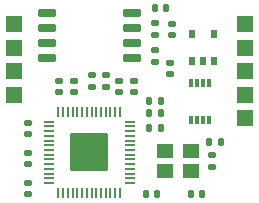
<source format=gbr>
%TF.GenerationSoftware,KiCad,Pcbnew,(6.0.2-0)*%
%TF.CreationDate,2022-06-01T12:35:39-04:00*%
%TF.ProjectId,hitclips_2040,68697463-6c69-4707-935f-323034302e6b,rev?*%
%TF.SameCoordinates,Original*%
%TF.FileFunction,Soldermask,Top*%
%TF.FilePolarity,Negative*%
%FSLAX46Y46*%
G04 Gerber Fmt 4.6, Leading zero omitted, Abs format (unit mm)*
G04 Created by KiCad (PCBNEW (6.0.2-0)) date 2022-06-01 12:35:39*
%MOMM*%
%LPD*%
G01*
G04 APERTURE LIST*
G04 Aperture macros list*
%AMRoundRect*
0 Rectangle with rounded corners*
0 $1 Rounding radius*
0 $2 $3 $4 $5 $6 $7 $8 $9 X,Y pos of 4 corners*
0 Add a 4 corners polygon primitive as box body*
4,1,4,$2,$3,$4,$5,$6,$7,$8,$9,$2,$3,0*
0 Add four circle primitives for the rounded corners*
1,1,$1+$1,$2,$3*
1,1,$1+$1,$4,$5*
1,1,$1+$1,$6,$7*
1,1,$1+$1,$8,$9*
0 Add four rect primitives between the rounded corners*
20,1,$1+$1,$2,$3,$4,$5,0*
20,1,$1+$1,$4,$5,$6,$7,0*
20,1,$1+$1,$6,$7,$8,$9,0*
20,1,$1+$1,$8,$9,$2,$3,0*%
G04 Aperture macros list end*
%ADD10RoundRect,0.150000X-0.650000X-0.150000X0.650000X-0.150000X0.650000X0.150000X-0.650000X0.150000X0*%
%ADD11RoundRect,0.140000X-0.140000X-0.170000X0.140000X-0.170000X0.140000X0.170000X-0.140000X0.170000X0*%
%ADD12RoundRect,0.140000X0.170000X-0.140000X0.170000X0.140000X-0.170000X0.140000X-0.170000X-0.140000X0*%
%ADD13RoundRect,0.135000X-0.185000X0.135000X-0.185000X-0.135000X0.185000X-0.135000X0.185000X0.135000X0*%
%ADD14RoundRect,0.135000X0.185000X-0.135000X0.185000X0.135000X-0.185000X0.135000X-0.185000X-0.135000X0*%
%ADD15RoundRect,0.140000X0.140000X0.170000X-0.140000X0.170000X-0.140000X-0.170000X0.140000X-0.170000X0*%
%ADD16R,0.510000X0.700000*%
%ADD17R,1.400000X1.200000*%
%ADD18R,1.350000X1.350000*%
%ADD19RoundRect,0.140000X-0.170000X0.140000X-0.170000X-0.140000X0.170000X-0.140000X0.170000X0.140000X0*%
%ADD20RoundRect,0.050000X-0.387500X-0.050000X0.387500X-0.050000X0.387500X0.050000X-0.387500X0.050000X0*%
%ADD21RoundRect,0.050000X-0.050000X-0.387500X0.050000X-0.387500X0.050000X0.387500X-0.050000X0.387500X0*%
%ADD22RoundRect,0.144000X-1.456000X-1.456000X1.456000X-1.456000X1.456000X1.456000X-1.456000X1.456000X0*%
%ADD23R,0.300000X0.800000*%
G04 APERTURE END LIST*
D10*
%TO.C,U2*%
X118320000Y-71247000D03*
X118320000Y-72517000D03*
X118320000Y-73787000D03*
X118320000Y-75057000D03*
X125520000Y-75057000D03*
X125520000Y-73787000D03*
X125520000Y-72517000D03*
X125520000Y-71247000D03*
%TD*%
D11*
%TO.C,C14*%
X127508000Y-70866000D03*
X128468000Y-70866000D03*
%TD*%
D12*
%TO.C,C9*%
X116713000Y-81506000D03*
X116713000Y-80546000D03*
%TD*%
D13*
%TO.C,R3*%
X127508000Y-72134000D03*
X127508000Y-73154000D03*
%TD*%
%TO.C,R5*%
X132334000Y-83310000D03*
X132334000Y-84330000D03*
%TD*%
D14*
%TO.C,R1*%
X122123200Y-77522800D03*
X122123200Y-76502800D03*
%TD*%
D12*
%TO.C,C11*%
X119380000Y-77950000D03*
X119380000Y-76990000D03*
%TD*%
D11*
%TO.C,C5*%
X127028000Y-81026000D03*
X127988000Y-81026000D03*
%TD*%
D15*
%TO.C,C15*%
X131516000Y-86614000D03*
X130556000Y-86614000D03*
%TD*%
D16*
%TO.C,U1*%
X130622000Y-75328000D03*
X131572000Y-75328000D03*
X132522000Y-75328000D03*
X132522000Y-73008000D03*
X130622000Y-73008000D03*
%TD*%
D12*
%TO.C,C13*%
X125730000Y-77950000D03*
X125730000Y-76990000D03*
%TD*%
D17*
%TO.C,Y1*%
X128313000Y-84670000D03*
X130513000Y-84670000D03*
X130513000Y-82970000D03*
X128313000Y-82970000D03*
%TD*%
D18*
%TO.C,J1*%
X115570000Y-72184000D03*
X115570000Y-74184000D03*
X115570000Y-76184000D03*
X115570000Y-78184000D03*
%TD*%
D12*
%TO.C,C7*%
X116713000Y-86586000D03*
X116713000Y-85626000D03*
%TD*%
D11*
%TO.C,C3*%
X127028000Y-78740000D03*
X127988000Y-78740000D03*
%TD*%
D15*
%TO.C,C16*%
X133068000Y-82169000D03*
X132108000Y-82169000D03*
%TD*%
D19*
%TO.C,C1*%
X128778000Y-75466000D03*
X128778000Y-76426000D03*
%TD*%
D14*
%TO.C,R2*%
X123342400Y-77522800D03*
X123342400Y-76502800D03*
%TD*%
D20*
%TO.C,U3*%
X118482500Y-80458000D03*
X118482500Y-80858000D03*
X118482500Y-81258000D03*
X118482500Y-81658000D03*
X118482500Y-82058000D03*
X118482500Y-82458000D03*
X118482500Y-82858000D03*
X118482500Y-83258000D03*
X118482500Y-83658000D03*
X118482500Y-84058000D03*
X118482500Y-84458000D03*
X118482500Y-84858000D03*
X118482500Y-85258000D03*
X118482500Y-85658000D03*
D21*
X119320000Y-86495500D03*
X119720000Y-86495500D03*
X120120000Y-86495500D03*
X120520000Y-86495500D03*
X120920000Y-86495500D03*
X121320000Y-86495500D03*
X121720000Y-86495500D03*
X122120000Y-86495500D03*
X122520000Y-86495500D03*
X122920000Y-86495500D03*
X123320000Y-86495500D03*
X123720000Y-86495500D03*
X124120000Y-86495500D03*
X124520000Y-86495500D03*
D20*
X125357500Y-85658000D03*
X125357500Y-85258000D03*
X125357500Y-84858000D03*
X125357500Y-84458000D03*
X125357500Y-84058000D03*
X125357500Y-83658000D03*
X125357500Y-83258000D03*
X125357500Y-82858000D03*
X125357500Y-82458000D03*
X125357500Y-82058000D03*
X125357500Y-81658000D03*
X125357500Y-81258000D03*
X125357500Y-80858000D03*
X125357500Y-80458000D03*
D21*
X124520000Y-79620500D03*
X124120000Y-79620500D03*
X123720000Y-79620500D03*
X123320000Y-79620500D03*
X122920000Y-79620500D03*
X122520000Y-79620500D03*
X122120000Y-79620500D03*
X121720000Y-79620500D03*
X121320000Y-79620500D03*
X120920000Y-79620500D03*
X120520000Y-79620500D03*
X120120000Y-79620500D03*
X119720000Y-79620500D03*
X119320000Y-79620500D03*
D22*
X121920000Y-83058000D03*
%TD*%
D23*
%TO.C,U5*%
X130568000Y-80290000D03*
X131068000Y-80290000D03*
X131568000Y-80290000D03*
X132068000Y-80290000D03*
X132068000Y-77190000D03*
X131568000Y-77190000D03*
X131068000Y-77190000D03*
X130568000Y-77190000D03*
%TD*%
D12*
%TO.C,C2*%
X128905000Y-73124000D03*
X128905000Y-72164000D03*
%TD*%
%TO.C,C6*%
X120650000Y-77950000D03*
X120650000Y-76990000D03*
%TD*%
D11*
%TO.C,C4*%
X127028000Y-79756000D03*
X127988000Y-79756000D03*
%TD*%
%TO.C,C10*%
X126746000Y-86614000D03*
X127706000Y-86614000D03*
%TD*%
D12*
%TO.C,C8*%
X116713000Y-84046000D03*
X116713000Y-83086000D03*
%TD*%
D18*
%TO.C,J2*%
X135128000Y-72183800D03*
X135128000Y-74183800D03*
X135128000Y-76183800D03*
X135128000Y-78183800D03*
X135128000Y-80183800D03*
%TD*%
D14*
%TO.C,R4*%
X127508000Y-75440000D03*
X127508000Y-74420000D03*
%TD*%
D12*
%TO.C,C12*%
X124460000Y-77950000D03*
X124460000Y-76990000D03*
%TD*%
M02*

</source>
